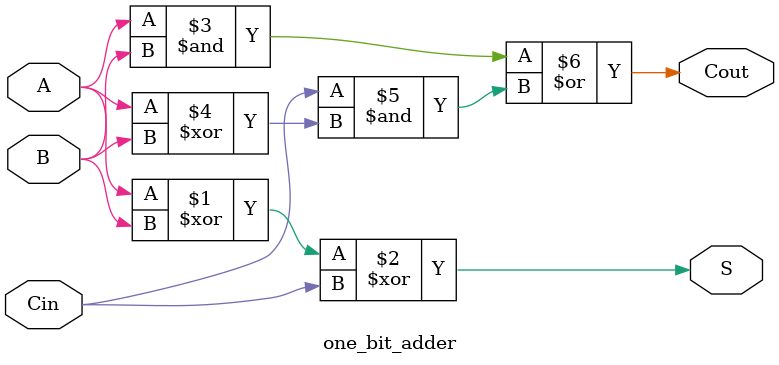
<source format=v>
`timescale 1ns / 1ps


module one_bit_adder(input A, B, Cin, output Cout, S);

    assign S = A ^ B ^ Cin;
    assign Cout = (A&B) | (Cin & (A^B));
    
endmodule

</source>
